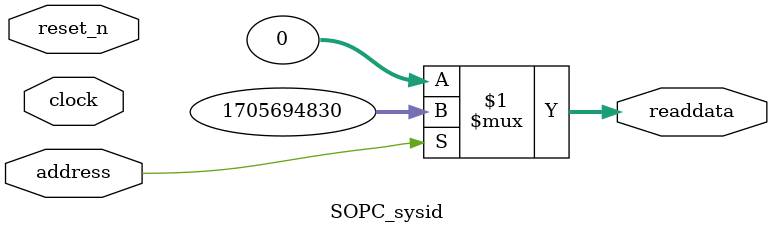
<source format=v>

`timescale 1ns / 1ps
// synthesis translate_on

// turn off superfluous verilog processor warnings 
// altera message_level Level1 
// altera message_off 10034 10035 10036 10037 10230 10240 10030 

module SOPC_sysid (
               // inputs:
                address,
                clock,
                reset_n,

               // outputs:
                readdata
             )
;

  output  [ 31: 0] readdata;
  input            address;
  input            clock;
  input            reset_n;

  wire    [ 31: 0] readdata;
  //control_slave, which is an e_avalon_slave
  assign readdata = address ? 1705694830 : 0;

endmodule




</source>
